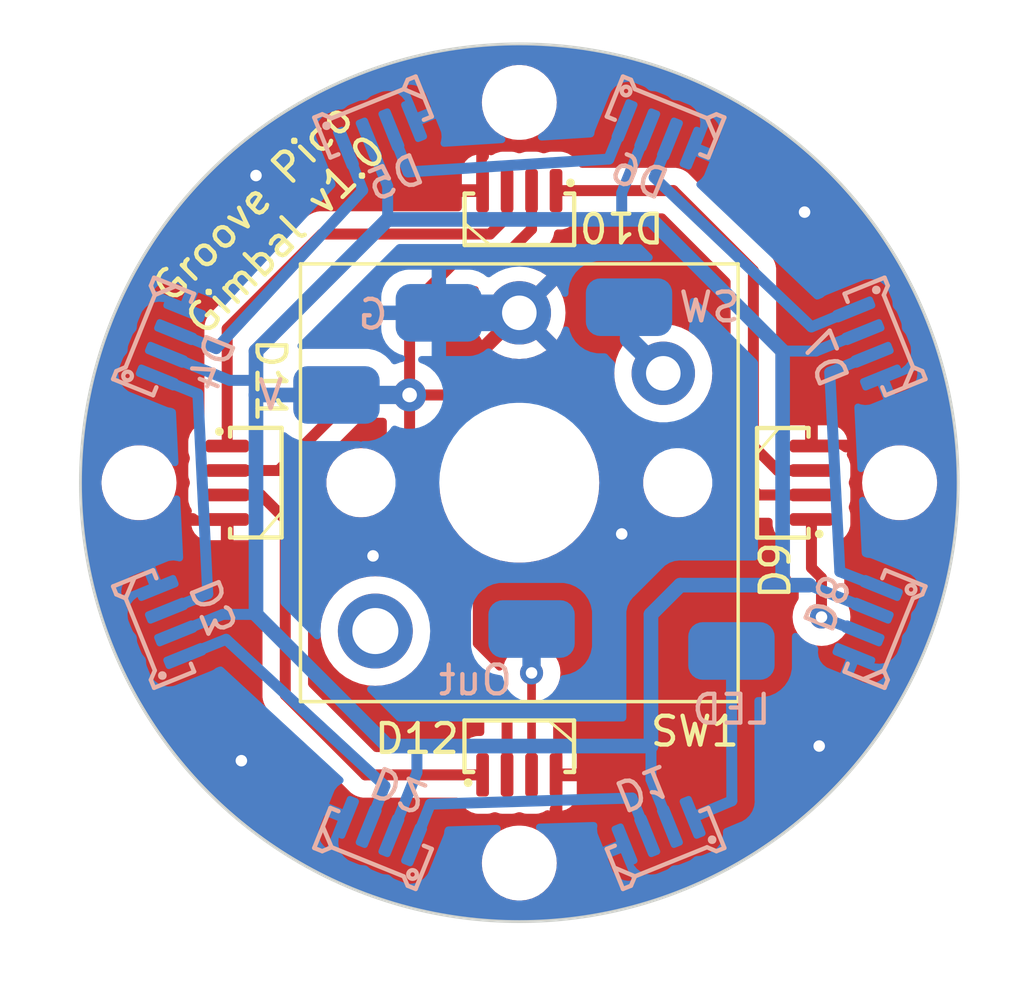
<source format=kicad_pcb>
(kicad_pcb (version 20221018) (generator pcbnew)
  (title_block (title "Groove Pico Gimbal"))
  (layers (0 "F.Cu" signal) (31 "B.Cu" signal) (34 "B.Paste" user) (35 "F.Paste" user) (36 "B.SilkS" user "B.Silkscreen") (37 "F.SilkS" user "F.Silkscreen") (38 "B.Mask" user) (39 "F.Mask" user) (44 "Edge.Cuts" user))
  (net 0 "")
  (net 1 "+5V")
  (net 2 "GND")
  (net 3 "Net-(D6-Out)")
  (net 4 "Net-(D1-In)")
  (net 5 "Net-(D1-Out)")
  (net 6 "Net-(D2-Out)")
  (net 7 "Net-(D3-Out)")
  (net 8 "Net-(D4-Out)")
  (net 9 "Net-(D7-Out)")
  (net 10 "Net-(D5-Out)")
  (net 11 "Net-(D8-Out)")
  (net 12 "Net-(D10-In)")
  (net 13 "Net-(D10-Out)")
  (net 14 "Net-(D11-Out)")
  (net 15 "Net-(D12-Out)")
  (net 16 "Net-(J4-Pad1)")
  (footprint "groove_pico:SW_Kailh_Choc_V1V2_1.00u_LED" (layer "F.Cu") (at 135.32 113.4)
    (fp_text reference "SW1" (at 6.096 8.636) (layer "F.SilkS"))
    (fp_text value "SWITCH_SPST" hide)
    (fp_line (start -7.6 -7.6) (end -7.6 7.6) (stroke (width 0.12)) (layer "F.SilkS"))
    (fp_line (start -7.6 7.6) (end 7.6 7.6) (stroke (width 0.12)) (layer "F.SilkS"))
    (fp_line (start 7.6 -7.6) (end -7.6 -7.6) (stroke (width 0.12)) (layer "F.SilkS"))
    (fp_line (start 7.6 7.6) (end 7.6 -7.6) (stroke (width 0.12)) (layer "F.SilkS"))
    (pad "" np_thru_hole circle (at -5.5 0) (size 1.9 1.9) (drill 1.9) (layers "*.Cu" "*.Mask"))
    (pad "" thru_hole circle (at -5 5.15) (size 2.6 2.6) (drill 1.6) (layers "*.Cu" "B.Mask"))
    (pad "" np_thru_hole circle (at 0 0) (size 5.05 5.05) (drill 5.05) (layers "*.Cu" "*.Mask"))
    (pad "" np_thru_hole circle (at 5.5 0) (size 1.9 1.9) (drill 1.9) (layers "*.Cu" "*.Mask"))
    (pad "1" thru_hole circle (at 0 -5.9) (size 2.2 2.2) (drill 1.2) (layers "*.Cu" "B.Mask") (net 2 "GND"))
    (pad "2" thru_hole circle (at 5 -3.8) (size 2.2 2.2) (drill 1.2) (layers "*.Cu" "B.Mask") (net 16 "Net-(J4-Pad1)"))
  )
  (footprint "groove_pico:Hole2.0" (layer "F.Cu") (at 135.32 100.192)
    (fp_text reference "SCR1" hide)
    (fp_text value "ScrewHole" hide)
    (pad "" np_thru_hole circle (at 0 0) (size 2.1 2.1) (drill 2.1) (layers "F&B.Cu" "*.Mask"))
  )
  (footprint "groove_pico:WS2812B-4020_UP" (layer "F.Cu") (at 135.32 102.605)
    (fp_text reference "D10" (at 3.556 1.905 180 unlocked) (layer "F.SilkS"))
    (fp_text value "WS2812B_Unified" hide)
    (fp_line (start -1.905 1.778) (end -1.016 2.54) (stroke (width 0.1)) (layer "F.SilkS"))
    (fp_line (start -1.9 0.75) (end -1.9 2.54) (stroke (width 0.15)) (layer "F.SilkS"))
    (fp_line (start -1.9 0.75) (end -1.6 0.75) (stroke (width 0.15)) (layer "F.SilkS"))
    (fp_line (start 1.9 0.75) (end 1.6 0.75) (stroke (width 0.15)) (layer "F.SilkS"))
    (fp_line (start 1.905 2.54) (end -1.9 2.54) (stroke (width 0.15)) (layer "F.SilkS"))
    (fp_line (start 1.905 2.54) (end 1.905 0.75) (stroke (width 0.15)) (layer "F.SilkS"))
    (fp_circle (center 1.778 0.381) (end 1.853 0.381) (stroke (width 0.15)) (fill none) (layer "F.SilkS"))
    (pad "G" smd roundrect (at -1.275 0.65) (size 0.44 1.5) (layers "F.Cu" "F.Paste" "F.Mask") (net 2 "GND"))
    (pad "I" smd roundrect (at 1.275 0.65) (size 0.44 1.5) (layers "F.Cu" "F.Paste" "F.Mask") (net 12 "Net-(D10-In)"))
    (pad "O" smd roundrect (at -0.425 0.65) (size 0.44 1.5) (layers "F.Cu" "F.Paste" "F.Mask") (net 13 "Net-(D10-Out)"))
    (pad "V" smd roundrect (at 0.425 0.65) (size 0.44 1.5) (layers "F.Cu" "F.Paste" "F.Mask") (net 1 "+5V"))
  )
  (footprint "groove_pico:WS2812B-4020_UP" (layer "F.Cu") (at 124.525 113.4 90)
    (fp_text reference "D11" (at 3.556 2.159 270 unlocked) (layer "F.SilkS"))
    (fp_text value "WS2812B_Unified" hide)
    (fp_line (start -1.905 1.778) (end -1.016 2.54) (stroke (width 0.1)) (layer "F.SilkS"))
    (fp_line (start -1.9 0.75) (end -1.9 2.54) (stroke (width 0.15)) (layer "F.SilkS"))
    (fp_line (start -1.9 0.75) (end -1.6 0.75) (stroke (width 0.15)) (layer "F.SilkS"))
    (fp_line (start 1.9 0.75) (end 1.6 0.75) (stroke (width 0.15)) (layer "F.SilkS"))
    (fp_line (start 1.905 2.54) (end -1.9 2.54) (stroke (width 0.15)) (layer "F.SilkS"))
    (fp_line (start 1.905 2.54) (end 1.905 0.75) (stroke (width 0.15)) (layer "F.SilkS"))
    (fp_circle (center 1.778 0.381) (end 1.853 0.381) (stroke (width 0.15)) (fill none) (layer "F.SilkS"))
    (pad "G" smd roundrect (at -1.275 0.65 90) (size 0.44 1.5) (layers "F.Cu" "F.Paste" "F.Mask") (net 2 "GND"))
    (pad "I" smd roundrect (at 1.275 0.65 90) (size 0.44 1.5) (layers "F.Cu" "F.Paste" "F.Mask") (net 13 "Net-(D10-Out)"))
    (pad "O" smd roundrect (at -0.425 0.65 90) (size 0.44 1.5) (layers "F.Cu" "F.Paste" "F.Mask") (net 14 "Net-(D11-Out)"))
    (pad "V" smd roundrect (at 0.425 0.65 90) (size 0.44 1.5) (layers "F.Cu" "F.Paste" "F.Mask") (net 1 "+5V"))
  )
  (footprint "groove_pico:WS2812B-4020_UP" (layer "F.Cu") (at 135.32 124.195 180)
    (fp_text reference "D12" (at 3.556 1.905 unlocked) (layer "F.SilkS"))
    (fp_text value "WS2812B_Unified" hide)
    (fp_line (start -1.905 1.778) (end -1.016 2.54) (stroke (width 0.1)) (layer "F.SilkS"))
    (fp_line (start -1.9 0.75) (end -1.9 2.54) (stroke (width 0.15)) (layer "F.SilkS"))
    (fp_line (start -1.9 0.75) (end -1.6 0.75) (stroke (width 0.15)) (layer "F.SilkS"))
    (fp_line (start 1.9 0.75) (end 1.6 0.75) (stroke (width 0.15)) (layer "F.SilkS"))
    (fp_line (start 1.905 2.54) (end -1.9 2.54) (stroke (width 0.15)) (layer "F.SilkS"))
    (fp_line (start 1.905 2.54) (end 1.905 0.75) (stroke (width 0.15)) (layer "F.SilkS"))
    (fp_circle (center 1.778 0.381) (end 1.853 0.381) (stroke (width 0.15)) (fill none) (layer "F.SilkS"))
    (pad "G" smd roundrect (at -1.275 0.65 180) (size 0.44 1.5) (layers "F.Cu" "F.Paste" "F.Mask") (net 2 "GND"))
    (pad "I" smd roundrect (at 1.275 0.65 180) (size 0.44 1.5) (layers "F.Cu" "F.Paste" "F.Mask") (net 14 "Net-(D11-Out)"))
    (pad "O" smd roundrect (at -0.425 0.65 180) (size 0.44 1.5) (layers "F.Cu" "F.Paste" "F.Mask") (net 15 "Net-(D12-Out)"))
    (pad "V" smd roundrect (at 0.425 0.65 180) (size 0.44 1.5) (layers "F.Cu" "F.Paste" "F.Mask") (net 1 "+5V"))
  )
  (footprint "groove_pico:Hole2.0" (layer "F.Cu") (at 148.528 113.4)
    (fp_text reference "SCR2" hide)
    (fp_text value "ScrewHole" hide)
    (pad "" np_thru_hole circle (at 0 0) (size 2.1 2.1) (drill 2.1) (layers "F&B.Cu" "*.Mask"))
  )
  (footprint "groove_pico:Hole2.0" (layer "F.Cu") (at 135.32 126.608)
    (fp_text reference "SCR3" hide)
    (fp_text value "ScrewHole" hide)
    (pad "" np_thru_hole circle (at 0 0) (size 2.1 2.1) (drill 2.1) (layers "F&B.Cu" "*.Mask"))
  )
  (footprint "groove_pico:WS2812B-4020_UP" (layer "F.Cu") (at 146.115 113.4 -90)
    (fp_text reference "D9" (at 3.048 1.905 90 unlocked) (layer "F.SilkS"))
    (fp_text value "WS2812B_Unified" hide)
    (fp_line (start -1.905 1.778) (end -1.016 2.54) (stroke (width 0.1)) (layer "F.SilkS"))
    (fp_line (start -1.9 0.75) (end -1.9 2.54) (stroke (width 0.15)) (layer "F.SilkS"))
    (fp_line (start -1.9 0.75) (end -1.6 0.75) (stroke (width 0.15)) (layer "F.SilkS"))
    (fp_line (start 1.9 0.75) (end 1.6 0.75) (stroke (width 0.15)) (layer "F.SilkS"))
    (fp_line (start 1.905 2.54) (end -1.9 2.54) (stroke (width 0.15)) (layer "F.SilkS"))
    (fp_line (start 1.905 2.54) (end 1.905 0.75) (stroke (width 0.15)) (layer "F.SilkS"))
    (fp_circle (center 1.778 0.381) (end 1.853 0.381) (stroke (width 0.15)) (fill none) (layer "F.SilkS"))
    (pad "G" smd roundrect (at -1.275 0.65 270) (size 0.44 1.5) (layers "F.Cu" "F.Paste" "F.Mask") (net 2 "GND"))
    (pad "I" smd roundrect (at 1.275 0.65 270) (size 0.44 1.5) (layers "F.Cu" "F.Paste" "F.Mask") (net 11 "Net-(D8-Out)"))
    (pad "O" smd roundrect (at -0.425 0.65 270) (size 0.44 1.5) (layers "F.Cu" "F.Paste" "F.Mask") (net 12 "Net-(D10-In)"))
    (pad "V" smd roundrect (at 0.425 0.65 270) (size 0.44 1.5) (layers "F.Cu" "F.Paste" "F.Mask") (net 1 "+5V"))
  )
  (footprint "groove_pico:Hole2.0" (layer "F.Cu") (at 122.112 113.4)
    (fp_text reference "SCR4" hide)
    (fp_text value "ScrewHole" hide)
    (pad "" np_thru_hole circle (at 0 0) (size 2.1 2.1) (drill 2.1) (layers "F&B.Cu" "*.Mask"))
  )
  (footprint "groove_pico:WS2812B-4020" (layer "B.Cu") (at 130.24 126.1 -22)
    (fp_text reference "D2" (at 0.075 -2.25 158 unlocked) (layer "B.SilkS") (effects (justify mirror)))
    (fp_text value "WS2812B_Unified")
    (fp_line (start -1.9 -0.75) (end -1.9 0.75) (stroke (width 0.15)) (layer "B.SilkS"))
    (fp_line (start -1.9 -0.75) (end -1.6 -0.75) (stroke (width 0.15)) (layer "B.SilkS"))
    (fp_line (start -1.9 0.75) (end -1.6 0.75) (stroke (width 0.15)) (layer "B.SilkS"))
    (fp_line (start -1.6 0.75) (end -1.35 0.5) (stroke (width 0.15)) (layer "B.SilkS"))
    (fp_line (start -1.35 0.5) (end -1.9 -0.05) (stroke (width 0.15)) (layer "B.SilkS"))
    (fp_line (start -1.35 0.5) (end 1.35 0.5) (stroke (width 0.15)) (layer "B.SilkS"))
    (fp_line (start 1.6 0.75) (end 1.35 0.5) (stroke (width 0.15)) (layer "B.SilkS"))
    (fp_line (start 1.9 -0.75) (end 1.6 -0.75) (stroke (width 0.15)) (layer "B.SilkS"))
    (fp_line (start 1.9 0.75) (end 1.6 0.75) (stroke (width 0.15)) (layer "B.SilkS"))
    (fp_line (start 1.9 0.75) (end 1.9 -0.75) (stroke (width 0.15)) (layer "B.SilkS"))
    (fp_circle (center 1.610848 0.323504) (end 1.685848 0.323504) (stroke (width 0.15)) (fill none) (layer "B.SilkS"))
    (pad "G" smd roundrect (at -1.275 -0.65 338) (size 0.44 1.5) (layers "B.Cu" "B.Paste" "B.Mask") (net 2 "GND"))
    (pad "I" smd roundrect (at 1.275 -0.65 338) (size 0.44 1.5) (layers "B.Cu" "B.Paste" "B.Mask") (net 5 "Net-(D1-Out)"))
    (pad "O" smd roundrect (at -0.425 -0.65 338) (size 0.44 1.5) (layers "B.Cu" "B.Paste" "B.Mask") (net 6 "Net-(D2-Out)"))
    (pad "V" smd roundrect (at 0.425 -0.65 338) (size 0.44 1.5) (layers "B.Cu" "B.Paste" "B.Mask") (net 1 "+5V"))
  )
  (footprint "groove_pico:WS2812B-4020" (layer "B.Cu") (at 122.62 108.32 -112)
    (fp_text reference "D4" (at 0.075 -2.25 68 unlocked) (layer "B.SilkS") (effects (justify mirror)))
    (fp_text value "WS2812B_Unified" hide)
    (fp_line (start -1.9 -0.75) (end -1.9 0.75) (stroke (width 0.15)) (layer "B.SilkS"))
    (fp_line (start -1.9 -0.75) (end -1.6 -0.75) (stroke (width 0.15)) (layer "B.SilkS"))
    (fp_line (start -1.9 0.75) (end -1.6 0.75) (stroke (width 0.15)) (layer "B.SilkS"))
    (fp_line (start -1.6 0.75) (end -1.35 0.5) (stroke (width 0.15)) (layer "B.SilkS"))
    (fp_line (start -1.35 0.5) (end -1.9 -0.05) (stroke (width 0.15)) (layer "B.SilkS"))
    (fp_line (start -1.35 0.5) (end 1.35 0.5) (stroke (width 0.15)) (layer "B.SilkS"))
    (fp_line (start 1.6 0.75) (end 1.35 0.5) (stroke (width 0.15)) (layer "B.SilkS"))
    (fp_line (start 1.9 -0.75) (end 1.6 -0.75) (stroke (width 0.15)) (layer "B.SilkS"))
    (fp_line (start 1.9 0.75) (end 1.6 0.75) (stroke (width 0.15)) (layer "B.SilkS"))
    (fp_line (start 1.9 0.75) (end 1.9 -0.75) (stroke (width 0.15)) (layer "B.SilkS"))
    (fp_circle (center 1.610848 0.323504) (end 1.685848 0.323504) (stroke (width 0.15)) (fill none) (layer "B.SilkS"))
    (pad "G" smd roundrect (at -1.275 -0.65 248) (size 0.44 1.5) (layers "B.Cu" "B.Paste" "B.Mask") (net 2 "GND"))
    (pad "I" smd roundrect (at 1.275 -0.65 248) (size 0.44 1.5) (layers "B.Cu" "B.Paste" "B.Mask") (net 7 "Net-(D3-Out)"))
    (pad "O" smd roundrect (at -0.425 -0.65 248) (size 0.44 1.5) (layers "B.Cu" "B.Paste" "B.Mask") (net 8 "Net-(D4-Out)"))
    (pad "V" smd roundrect (at 0.425 -0.65 248) (size 0.44 1.5) (layers "B.Cu" "B.Paste" "B.Mask") (net 1 "+5V"))
  )
  (footprint "groove_pico:WS2812B-4020" (layer "B.Cu") (at 122.62 118.48 -68)
    (fp_text reference "D3" (at 0.075 -2.25 112 unlocked) (layer "B.SilkS") (effects (justify mirror)))
    (fp_text value "WS2812B_Unified" hide)
    (fp_line (start -1.9 -0.75) (end -1.9 0.75) (stroke (width 0.15)) (layer "B.SilkS"))
    (fp_line (start -1.9 -0.75) (end -1.6 -0.75) (stroke (width 0.15)) (layer "B.SilkS"))
    (fp_line (start -1.9 0.75) (end -1.6 0.75) (stroke (width 0.15)) (layer "B.SilkS"))
    (fp_line (start -1.6 0.75) (end -1.35 0.5) (stroke (width 0.15)) (layer "B.SilkS"))
    (fp_line (start -1.35 0.5) (end -1.9 -0.05) (stroke (width 0.15)) (layer "B.SilkS"))
    (fp_line (start -1.35 0.5) (end 1.35 0.5) (stroke (width 0.15)) (layer "B.SilkS"))
    (fp_line (start 1.6 0.75) (end 1.35 0.5) (stroke (width 0.15)) (layer "B.SilkS"))
    (fp_line (start 1.9 -0.75) (end 1.6 -0.75) (stroke (width 0.15)) (layer "B.SilkS"))
    (fp_line (start 1.9 0.75) (end 1.6 0.75) (stroke (width 0.15)) (layer "B.SilkS"))
    (fp_line (start 1.9 0.75) (end 1.9 -0.75) (stroke (width 0.15)) (layer "B.SilkS"))
    (fp_circle (center 1.610848 0.323504) (end 1.685848 0.323504) (stroke (width 0.15)) (fill none) (layer "B.SilkS"))
    (pad "G" smd roundrect (at -1.275 -0.65 292) (size 0.44 1.5) (layers "B.Cu" "B.Paste" "B.Mask") (net 2 "GND"))
    (pad "I" smd roundrect (at 1.275 -0.65 292) (size 0.44 1.5) (layers "B.Cu" "B.Paste" "B.Mask") (net 6 "Net-(D2-Out)"))
    (pad "O" smd roundrect (at -0.425 -0.65 292) (size 0.44 1.5) (layers "B.Cu" "B.Paste" "B.Mask") (net 7 "Net-(D3-Out)"))
    (pad "V" smd roundrect (at 0.425 -0.65 292) (size 0.44 1.5) (layers "B.Cu" "B.Paste" "B.Mask") (net 1 "+5V"))
  )
  (footprint "groove_pico:WS2812B-4020" (layer "B.Cu") (at 140.4 100.7 158)
    (fp_text reference "D6" (at 0.075 -2.25 338 unlocked) (layer "B.SilkS") (effects (justify mirror)))
    (fp_text value "WS2812B_Unified" hide)
    (fp_line (start -1.9 -0.75) (end -1.9 0.75) (stroke (width 0.15)) (layer "B.SilkS"))
    (fp_line (start -1.9 -0.75) (end -1.6 -0.75) (stroke (width 0.15)) (layer "B.SilkS"))
    (fp_line (start -1.9 0.75) (end -1.6 0.75) (stroke (width 0.15)) (layer "B.SilkS"))
    (fp_line (start -1.6 0.75) (end -1.35 0.5) (stroke (width 0.15)) (layer "B.SilkS"))
    (fp_line (start -1.35 0.5) (end -1.9 -0.05) (stroke (width 0.15)) (layer "B.SilkS"))
    (fp_line (start -1.35 0.5) (end 1.35 0.5) (stroke (width 0.15)) (layer "B.SilkS"))
    (fp_line (start 1.6 0.75) (end 1.35 0.5) (stroke (width 0.15)) (layer "B.SilkS"))
    (fp_line (start 1.9 -0.75) (end 1.6 -0.75) (stroke (width 0.15)) (layer "B.SilkS"))
    (fp_line (start 1.9 0.75) (end 1.6 0.75) (stroke (width 0.15)) (layer "B.SilkS"))
    (fp_line (start 1.9 0.75) (end 1.9 -0.75) (stroke (width 0.15)) (layer "B.SilkS"))
    (fp_circle (center 1.610848 0.323504) (end 1.685848 0.323504) (stroke (width 0.15)) (fill none) (layer "B.SilkS"))
    (pad "G" smd roundrect (at -1.275 -0.65 158) (size 0.44 1.5) (layers "B.Cu" "B.Paste" "B.Mask") (net 2 "GND"))
    (pad "I" smd roundrect (at 1.275 -0.65 158) (size 0.44 1.5) (layers "B.Cu" "B.Paste" "B.Mask") (net 10 "Net-(D5-Out)"))
    (pad "O" smd roundrect (at -0.425 -0.65 158) (size 0.44 1.5) (layers "B.Cu" "B.Paste" "B.Mask") (net 3 "Net-(D6-Out)"))
    (pad "V" smd roundrect (at 0.425 -0.65 158) (size 0.44 1.5) (layers "B.Cu" "B.Paste" "B.Mask") (net 1 "+5V"))
  )
  (footprint "groove_pico:WS2812B-4020" (layer "B.Cu") (at 148.02 108.32 112)
    (fp_text reference "D7" (at 0.075 -2.25 292 unlocked) (layer "B.SilkS") (effects (justify mirror)))
    (fp_text value "WS2812B_Unified" hide)
    (fp_line (start -1.9 -0.75) (end -1.9 0.75) (stroke (width 0.15)) (layer "B.SilkS"))
    (fp_line (start -1.9 -0.75) (end -1.6 -0.75) (stroke (width 0.15)) (layer "B.SilkS"))
    (fp_line (start -1.9 0.75) (end -1.6 0.75) (stroke (width 0.15)) (layer "B.SilkS"))
    (fp_line (start -1.6 0.75) (end -1.35 0.5) (stroke (width 0.15)) (layer "B.SilkS"))
    (fp_line (start -1.35 0.5) (end -1.9 -0.05) (stroke (width 0.15)) (layer "B.SilkS"))
    (fp_line (start -1.35 0.5) (end 1.35 0.5) (stroke (width 0.15)) (layer "B.SilkS"))
    (fp_line (start 1.6 0.75) (end 1.35 0.5) (stroke (width 0.15)) (layer "B.SilkS"))
    (fp_line (start 1.9 -0.75) (end 1.6 -0.75) (stroke (width 0.15)) (layer "B.SilkS"))
    (fp_line (start 1.9 0.75) (end 1.6 0.75) (stroke (width 0.15)) (layer "B.SilkS"))
    (fp_line (start 1.9 0.75) (end 1.9 -0.75) (stroke (width 0.15)) (layer "B.SilkS"))
    (fp_circle (center 1.610848 0.323504) (end 1.685848 0.323504) (stroke (width 0.15)) (fill none) (layer "B.SilkS"))
    (pad "G" smd roundrect (at -1.275 -0.65 112) (size 0.44 1.5) (layers "B.Cu" "B.Paste" "B.Mask") (net 2 "GND"))
    (pad "I" smd roundrect (at 1.275 -0.65 112) (size 0.44 1.5) (layers "B.Cu" "B.Paste" "B.Mask") (net 3 "Net-(D6-Out)"))
    (pad "O" smd roundrect (at -0.425 -0.65 112) (size 0.44 1.5) (layers "B.Cu" "B.Paste" "B.Mask") (net 9 "Net-(D7-Out)"))
    (pad "V" smd roundrect (at 0.425 -0.65 112) (size 0.44 1.5) (layers "B.Cu" "B.Paste" "B.Mask") (net 1 "+5V"))
  )
  (footprint "groove_pico:Solder_1P" (layer "B.Cu") (at 142.686 119.242 180)
    (fp_text reference "J2" hide)
    (fp_text value "LED" (at 0 -2.032) (layer "B.SilkS") (effects (justify mirror)))
    (pad "1" smd roundrect (at 0 0 180) (size 3 2) (layers "B.Cu" "B.Paste" "B.Mask") (net 4 "Net-(D1-In)"))
  )
  (footprint "groove_pico:Solder_1P" (layer "B.Cu") (at 135.745 118.48 180)
    (fp_text reference "J5" hide)
    (fp_text value "Out" (at 1.949 -1.778) (layer "B.SilkS") (effects (justify mirror)))
    (pad "1" smd roundrect (at 0 0 180) (size 3 2) (layers "B.Cu" "B.Paste" "B.Mask") (net 15 "Net-(D12-Out)"))
  )
  (footprint "groove_pico:Solder_1P" (layer "B.Cu") (at 128.97 110.352 180)
    (fp_text reference "J1" hide)
    (fp_text value "V" (at 2.286 0) (layer "B.SilkS") (effects (justify mirror)))
    (pad "1" smd roundrect (at 0 0 180) (size 3 2) (layers "B.Cu" "B.Paste" "B.Mask") (net 1 "+5V"))
  )
  (footprint "groove_pico:Solder_1P" (layer "B.Cu") (at 139.13 107.304)
    (fp_text reference "J4" hide)
    (fp_text value "SW" (at 2.794 0) (layer "B.SilkS") (effects (justify mirror)))
    (pad "1" smd roundrect (at 0 0) (size 3 2) (layers "B.Cu" "B.Paste" "B.Mask") (net 16 "Net-(J4-Pad1)"))
  )
  (footprint "groove_pico:WS2812B-4020" (layer "B.Cu") (at 148.02 118.48 68)
    (fp_text reference "D8" (at 0.075 -2.25 248 unlocked) (layer "B.SilkS") (effects (justify mirror)))
    (fp_text value "WS2812B_Unified" hide)
    (fp_line (start -1.9 -0.75) (end -1.9 0.75) (stroke (width 0.15)) (layer "B.SilkS"))
    (fp_line (start -1.9 -0.75) (end -1.6 -0.75) (stroke (width 0.15)) (layer "B.SilkS"))
    (fp_line (start -1.9 0.75) (end -1.6 0.75) (stroke (width 0.15)) (layer "B.SilkS"))
    (fp_line (start -1.6 0.75) (end -1.35 0.5) (stroke (width 0.15)) (layer "B.SilkS"))
    (fp_line (start -1.35 0.5) (end -1.9 -0.05) (stroke (width 0.15)) (layer "B.SilkS"))
    (fp_line (start -1.35 0.5) (end 1.35 0.5) (stroke (width 0.15)) (layer "B.SilkS"))
    (fp_line (start 1.6 0.75) (end 1.35 0.5) (stroke (width 0.15)) (layer "B.SilkS"))
    (fp_line (start 1.9 -0.75) (end 1.6 -0.75) (stroke (width 0.15)) (layer "B.SilkS"))
    (fp_line (start 1.9 0.75) (end 1.6 0.75) (stroke (width 0.15)) (layer "B.SilkS"))
    (fp_line (start 1.9 0.75) (end 1.9 -0.75) (stroke (width 0.15)) (layer "B.SilkS"))
    (fp_circle (center 1.610848 0.323504) (end 1.685848 0.323504) (stroke (width 0.15)) (fill none) (layer "B.SilkS"))
    (pad "G" smd roundrect (at -1.275 -0.65 68) (size 0.44 1.5) (layers "B.Cu" "B.Paste" "B.Mask") (net 2 "GND"))
    (pad "I" smd roundrect (at 1.275 -0.65 68) (size 0.44 1.5) (layers "B.Cu" "B.Paste" "B.Mask") (net 9 "Net-(D7-Out)"))
    (pad "O" smd roundrect (at -0.425 -0.65 68) (size 0.44 1.5) (layers "B.Cu" "B.Paste" "B.Mask") (net 11 "Net-(D8-Out)"))
    (pad "V" smd roundrect (at 0.425 -0.65 68) (size 0.44 1.5) (layers "B.Cu" "B.Paste" "B.Mask") (net 1 "+5V"))
  )
  (footprint "groove_pico:WS2812B-4020" (layer "B.Cu") (at 140.4 126.1 22)
    (fp_text reference "D1" (at 0.075 -2.25 202 unlocked) (layer "B.SilkS") (effects (justify mirror)))
    (fp_text value "WS2812B_Unified")
    (fp_line (start -1.9 -0.75) (end -1.9 0.75) (stroke (width 0.15)) (layer "B.SilkS"))
    (fp_line (start -1.9 -0.75) (end -1.6 -0.75) (stroke (width 0.15)) (layer "B.SilkS"))
    (fp_line (start -1.9 0.75) (end -1.6 0.75) (stroke (width 0.15)) (layer "B.SilkS"))
    (fp_line (start -1.6 0.75) (end -1.35 0.5) (stroke (width 0.15)) (layer "B.SilkS"))
    (fp_line (start -1.35 0.5) (end -1.9 -0.05) (stroke (width 0.15)) (layer "B.SilkS"))
    (fp_line (start -1.35 0.5) (end 1.35 0.5) (stroke (width 0.15)) (layer "B.SilkS"))
    (fp_line (start 1.6 0.75) (end 1.35 0.5) (stroke (width 0.15)) (layer "B.SilkS"))
    (fp_line (start 1.9 -0.75) (end 1.6 -0.75) (stroke (width 0.15)) (layer "B.SilkS"))
    (fp_line (start 1.9 0.75) (end 1.6 0.75) (stroke (width 0.15)) (layer "B.SilkS"))
    (fp_line (start 1.9 0.75) (end 1.9 -0.75) (stroke (width 0.15)) (layer "B.SilkS"))
    (fp_circle (center 1.610848 0.323504) (end 1.685848 0.323504) (stroke (width 0.15)) (fill none) (layer "B.SilkS"))
    (pad "G" smd roundrect (at -1.275 -0.65 22) (size 0.44 1.5) (layers "B.Cu" "B.Paste" "B.Mask") (net 2 "GND"))
    (pad "I" smd roundrect (at 1.275 -0.65 22) (size 0.44 1.5) (layers "B.Cu" "B.Paste" "B.Mask") (net 4 "Net-(D1-In)"))
    (pad "O" smd roundrect (at -0.425 -0.65 22) (size 0.44 1.5) (layers "B.Cu" "B.Paste" "B.Mask") (net 5 "Net-(D1-Out)"))
    (pad "V" smd roundrect (at 0.425 -0.65 22) (size 0.44 1.5) (layers "B.Cu" "B.Paste" "B.Mask") (net 1 "+5V"))
  )
  (footprint "groove_pico:WS2812B-4020" (layer "B.Cu") (at 130.24 100.7 -158)
    (fp_text reference "D5" (at 0.075 -2.25 22 unlocked) (layer "B.SilkS") (effects (justify mirror)))
    (fp_text value "WS2812B_Unified" hide)
    (fp_line (start -1.9 -0.75) (end -1.9 0.75) (stroke (width 0.15)) (layer "B.SilkS"))
    (fp_line (start -1.9 -0.75) (end -1.6 -0.75) (stroke (width 0.15)) (layer "B.SilkS"))
    (fp_line (start -1.9 0.75) (end -1.6 0.75) (stroke (width 0.15)) (layer "B.SilkS"))
    (fp_line (start -1.6 0.75) (end -1.35 0.5) (stroke (width 0.15)) (layer "B.SilkS"))
    (fp_line (start -1.35 0.5) (end -1.9 -0.05) (stroke (width 0.15)) (layer "B.SilkS"))
    (fp_line (start -1.35 0.5) (end 1.35 0.5) (stroke (width 0.15)) (layer "B.SilkS"))
    (fp_line (start 1.6 0.75) (end 1.35 0.5) (stroke (width 0.15)) (layer "B.SilkS"))
    (fp_line (start 1.9 -0.75) (end 1.6 -0.75) (stroke (width 0.15)) (layer "B.SilkS"))
    (fp_line (start 1.9 0.75) (end 1.6 0.75) (stroke (width 0.15)) (layer "B.SilkS"))
    (fp_line (start 1.9 0.75) (end 1.9 -0.75) (stroke (width 0.15)) (layer "B.SilkS"))
    (fp_circle (center 1.610848 0.323504) (end 1.685848 0.323504) (stroke (width 0.15)) (fill none) (layer "B.SilkS"))
    (pad "G" smd roundrect (at -1.275 -0.65 202) (size 0.44 1.5) (layers "B.Cu" "B.Paste" "B.Mask") (net 2 "GND"))
    (pad "I" smd roundrect (at 1.275 -0.65 202) (size 0.44 1.5) (layers "B.Cu" "B.Paste" "B.Mask") (net 8 "Net-(D4-Out)"))
    (pad "O" smd roundrect (at -0.425 -0.65 202) (size 0.44 1.5) (layers "B.Cu" "B.Paste" "B.Mask") (net 10 "Net-(D5-Out)"))
    (pad "V" smd roundrect (at 0.425 -0.65 202) (size 0.44 1.5) (layers "B.Cu" "B.Paste" "B.Mask") (net 1 "+5V"))
  )
  (footprint "groove_pico:Solder_1P" (layer "B.Cu") (at 132.526 107.5 180)
    (fp_text reference "J3" hide)
    (fp_text value "G" (at 2.286 -0.058) (layer "B.SilkS") (effects (justify mirror)))
    (pad "1" smd roundrect (at 0 0 180) (size 3 2) (layers "B.Cu" "B.Paste" "B.Mask") (net 2 "GND"))
  )
  (gr_circle (center 135.32 113.4) (end 150.56 113.4) (stroke (width 0.1)) (fill none) (layer "Edge.Cuts"))
  (gr_text "Groove Pico\nGimbal v1.0" (at 124.355841 108.48503 45) (layer "F.SilkS") (effects (font (size 1 1)) (justify left bottom)))
  (segment (start 132.914551 117.607856) (end 132.914551 119.376551) (width 0.381) (layer "F.Cu") (net 1))
  (segment (start 131.51 110.352) (end 131.51 116.203305) (width 0.381) (layer "F.Cu") (net 1))
  (segment (start 135.745 104.593) (end 135.745 104.339) (width 0.381) (layer "F.Cu") (net 1))
  (segment (start 131.51 116.203305) (end 132.914551 117.607856) (width 0.381) (layer "F.Cu") (net 1))
  (segment (start 141.416 111.622) (end 138.876 111.622) (width 0.381) (layer "F.Cu") (net 1))
  (segment (start 133.034 105.78) (end 134.558 105.78) (width 0.381) (layer "F.Cu") (net 1))
  (segment (start 131.51 110.352) (end 131.51 107.304) (width 0.381) (layer "F.Cu") (net 1))
  (segment (start 134.895 121.357) (end 134.895 123.545) (width 0.381) (layer "F.Cu") (net 1))
  (segment (start 132.914551 119.376551) (end 134.895 121.357) (width 0.381) (layer "F.Cu") (net 1))
  (segment (start 138.876 111.622) (end 137.606 110.352) (width 0.381) (layer "F.Cu") (net 1))
  (segment (start 145.465 113.825) (end 143.619 113.825) (width 0.381) (layer "F.Cu") (net 1))
  (segment (start 135.745 103.255) (end 135.745 104.339) (width 0.381) (layer "F.Cu") (net 1))
  (segment (start 126.960406 112.975) (end 125.175 112.975) (width 0.381) (layer "F.Cu") (net 1))
  (segment (start 129.583406 110.352) (end 126.960406 112.975) (width 0.381) (layer "F.Cu") (net 1))
  (segment (start 131.51 107.304) (end 133.034 105.78) (width 0.381) (layer "F.Cu") (net 1))
  (segment (start 137.606 110.352) (end 131.51 110.352) (width 0.381) (layer "F.Cu") (net 1))
  (segment (start 134.558 105.78) (end 135.745 104.593) (width 0.381) (layer "F.Cu") (net 1))
  (segment (start 131.51 110.352) (end 129.583406 110.352) (width 0.381) (layer "F.Cu") (net 1))
  (segment (start 143.619 113.825) (end 141.416 111.622) (width 0.381) (layer "F.Cu") (net 1))
  (via (at 131.51 110.352) (size 1.143) (drill 0.508) (layers "F.Cu" "B.Cu") (net 1))
  (segment (start 147.258123 108.169441) (end 145.617305 108.828287) (width 0.381) (layer "B.Cu") (net 1))
  (segment (start 126.176 110.352) (end 126.176 117.972) (width 0.508) (layer "B.Cu") (net 1))
  (segment (start 130.089441 101.461877) (end 130.748287 103.102695) (width 0.381) (layer "B.Cu") (net 1))
  (segment (start 126.176 117.972) (end 130.748 122.544) (width 0.508) (layer "B.Cu") (net 1))
  (segment (start 128.97 110.352) (end 131.51 110.352) (width 0.635) (layer "B.Cu") (net 1))
  (segment (start 123.063462 108.957547) (end 125.256478 109.844192) (width 0.381) (layer "B.Cu") (net 1))
  (segment (start 130.748 104.256) (end 126.176 108.828) (width 0.508) (layer "B.Cu") (net 1))
  (segment (start 140.550559 125.338123) (end 139.891713 123.697305) (width 0.381) (layer "B.Cu") (net 1))
  (segment (start 130.748287 103.102695) (end 130.748 104.256) (width 0.381) (layer "B.Cu") (net 1))
  (segment (start 139.892 117.972) (end 139.892 122.544) (width 0.508) (layer "B.Cu") (net 1))
  (segment (start 144.464 108.828) (end 139.892 104.256) (width 0.508) (layer "B.Cu") (net 1))
  (segment (start 145.383522 116.955808) (end 144.464 116.956) (width 0.508) (layer "B.Cu") (net 1))
  (segment (start 123.381877 118.630559) (end 125.022695 117.971713) (width 0.381) (layer "B.Cu") (net 1))
  (segment (start 128.97 110.352) (end 126.176 110.352) (width 0.508) (layer "B.Cu") (net 1))
  (segment (start 131.764192 123.463522) (end 131.764 122.544) (width 0.381) (layer "B.Cu") (net 1))
  (segment (start 138.875808 103.336478) (end 138.876 104.256) (width 0.381) (layer "B.Cu") (net 1))
  (segment (start 144.464 116.956) (end 140.908 116.956) (width 0.508) (layer "B.Cu") (net 1))
  (segment (start 125.256478 109.844192) (end 126.176 109.844) (width 0.381) (layer "B.Cu") (net 1))
  (segment (start 125.022695 117.971713) (end 126.176 117.972) (width 0.381) (layer "B.Cu") (net 1))
  (segment (start 147.576538 117.842453) (end 145.383522 116.955808) (width 0.381) (layer "B.Cu") (net 1))
  (segment (start 130.877547 125.656538) (end 131.764192 123.463522) (width 0.381) (layer "B.Cu") (net 1))
  (segment (start 144.464 116.956) (end 144.464 108.828) (width 0.508) (layer "B.Cu") (net 1))
  (segment (start 140.908 116.956) (end 139.892 117.972) (width 0.508) (layer "B.Cu") (net 1))
  (segment (start 130.748 104.256) (end 139.892 104.256) (width 0.508) (layer "B.Cu") (net 1))
  (segment (start 130.748 122.544) (end 139.892 122.544) (width 0.508) (layer "B.Cu") (net 1))
  (segment (start 139.762453 101.143462) (end 138.875808 103.336478) (width 0.381) (layer "B.Cu") (net 1))
  (segment (start 126.176 108.828) (end 126.176 110.352) (width 0.508) (layer "B.Cu") (net 1))
  (segment (start 139.891713 123.697305) (end 139.892 122.544) (width 0.381) (layer "B.Cu") (net 1))
  (segment (start 145.617305 108.828287) (end 144.464 108.828) (width 0.381) (layer "B.Cu") (net 1))
  (via (at 145.226 104.002) (size 0.8) (drill 0.4) (layers "F.Cu" "B.Cu") (net 2))
  (via (at 145.734 122.544) (size 0.8) (drill 0.4) (layers "F.Cu" "B.Cu") (net 2))
  (via (at 126.176 102.732) (size 0.8) (drill 0.4) (layers "F.Cu" "B.Cu") (net 2))
  (via (at 125.668 123.052) (size 0.8) (drill 0.4) (layers "F.Cu" "B.Cu") (net 2))
  (via (at 138.876 115.178) (size 0.8) (drill 0.4) (layers "F.Cu" "B.Cu") (net 2))
  (via (at 130.24 115.94) (size 0.8) (drill 0.4) (layers "F.Cu" "B.Cu") (net 2))
  (segment (start 132.526 107.5) (end 135.32 107.5) (width 1.27) (layer "B.Cu") (net 2))
  (segment (start 140.550559 101.461877) (end 140.004619 102.797675) (width 0.381) (layer "B.Cu") (net 3))
  (segment (start 140.004619 102.797675) (end 145.462868 107.987662) (width 0.381) (layer "B.Cu") (net 3))
  (segment (start 146.939707 107.381335) (end 145.462868 107.987662) (width 0.381) (layer "B.Cu") (net 3))
  (segment (start 142.686 119.242) (end 142.70047 124.445541) (width 0.381) (layer "B.Cu") (net 4))
  (segment (start 142.70047 124.445541) (end 141.338665 125.019707) (width 0.381) (layer "B.Cu") (net 4))
  (segment (start 132.228614 124.561781) (end 131.665654 125.974954) (width 0.381) (layer "B.Cu") (net 5))
  (segment (start 139.762453 125.656538) (end 139.237252 124.349032) (width 0.381) (layer "B.Cu") (net 5))
  (segment (start 139.237252 124.349032) (end 132.228614 124.561781) (width 0.381) (layer "B.Cu") (net 5))
  (segment (start 130.089441 125.338123) (end 130.652401 123.92495) (width 0.381) (layer "B.Cu") (net 6))
  (segment (start 123.700293 119.418665) (end 125.137407 118.8375) (width 0.381) (layer "B.Cu") (net 6))
  (segment (start 130.652401 123.92495) (end 125.137407 118.8375) (width 0.381) (layer "B.Cu") (net 6))
  (segment (start 124.500576 117.261288) (end 124.157869 110.318383) (width 0.381) (layer "B.Cu") (net 7))
  (segment (start 123.063462 117.842453) (end 124.500576 117.261288) (width 0.381) (layer "B.Cu") (net 7))
  (segment (start 122.745046 109.745654) (end 124.157869 110.318383) (width 0.381) (layer "B.Cu") (net 7))
  (segment (start 129.301335 101.780293) (end 129.880755 103.243924) (width 0.381) (layer "B.Cu") (net 8))
  (segment (start 124.7947 108.74217) (end 129.880755 103.243924) (width 0.381) (layer "B.Cu") (net 8))
  (segment (start 123.381877 108.169441) (end 124.7947 108.74217) (width 0.381) (layer "B.Cu") (net 8))
  (segment (start 146.099699 109.563874) (end 146.45048 116.486668) (width 0.381) (layer "B.Cu") (net 9))
  (segment (start 147.894954 117.054346) (end 146.45048 116.486668) (width 0.381) (layer "B.Cu") (net 9))
  (segment (start 147.576538 108.957547) (end 146.099699 109.563874) (width 0.381) (layer "B.Cu") (net 9))
  (segment (start 130.877547 101.143462) (end 131.456967 102.607093) (width 0.381) (layer "B.Cu") (net 10))
  (segment (start 131.456967 102.607093) (end 138.428406 102.160844) (width 0.381) (layer "B.Cu") (net 10))
  (segment (start 138.974346 100.825046) (end 138.428406 102.160844) (width 0.381) (layer "B.Cu") (net 10))
  (segment (start 145.465 116.353351) (end 145.813649 116.702) (width 0.381) (layer "F.Cu") (net 11))
  (segment (start 145.813649 116.702) (end 145.813649 118.062881) (width 0.381) (layer "F.Cu") (net 11))
  (segment (start 145.465 114.675) (end 145.465 116.353351) (width 0.381) (layer "F.Cu") (net 11))
  (via (at 145.813649 118.062881) (size 0.8) (drill 0.4) (layers "F.Cu" "B.Cu") (net 11))
  (segment (start 147.258123 118.630559) (end 145.813649 118.062881) (width 0.381) (layer "B.Cu") (net 11))
  (segment (start 143.448 112.13) (end 144.293 112.975) (width 0.381) (layer "F.Cu") (net 12))
  (segment (start 136.595 103.255) (end 140.669 103.255) (width 0.381) (layer "F.Cu") (net 12))
  (segment (start 140.669 103.255) (end 143.448 106.034) (width 0.381) (layer "F.Cu") (net 12))
  (segment (start 144.293 112.975) (end 145.465 112.975) (width 0.381) (layer "F.Cu") (net 12))
  (segment (start 143.448 106.034) (end 143.448 112.13) (width 0.381) (layer "F.Cu") (net 12))
  (segment (start 134.304 104.764) (end 134.895 104.173) (width 0.381) (layer "F.Cu") (net 13))
  (segment (start 125.175 108.051) (end 128.462 104.764) (width 0.381) (layer "F.Cu") (net 13))
  (segment (start 128.462 104.764) (end 134.304 104.764) (width 0.381) (layer "F.Cu") (net 13))
  (segment (start 125.175 112.125) (end 125.175 108.051) (width 0.381) (layer "F.Cu") (net 13))
  (segment (start 134.895 104.173) (end 134.895 103.255) (width 0.381) (layer "F.Cu") (net 13))
  (segment (start 129.971 123.545) (end 127.192 120.766) (width 0.381) (layer "F.Cu") (net 14))
  (segment (start 127.192 120.766) (end 127.192 114.67) (width 0.381) (layer "F.Cu") (net 14))
  (segment (start 134.045 123.545) (end 129.971 123.545) (width 0.381) (layer "F.Cu") (net 14))
  (segment (start 126.347 113.825) (end 125.175 113.825) (width 0.381) (layer "F.Cu") (net 14))
  (segment (start 127.192 114.67) (end 126.347 113.825) (width 0.381) (layer "F.Cu") (net 14))
  (segment (start 135.745 120.004) (end 135.745 123.545) (width 0.3) (layer "F.Cu") (net 15))
  (via (at 135.745 120.004) (size 0.8) (drill 0.4) (layers "F.Cu" "B.Cu") (net 15))
  (segment (start 135.745 120.004) (end 135.745 118.48) (width 0.635) (layer "B.Cu") (net 15))
  (segment (start 139.13 107.304) (end 139.13 108.41) (width 0.635) (layer "B.Cu") (net 16))
  (segment (start 139.13 108.41) (end 140.32 109.6) (width 0.635) (layer "B.Cu") (net 16))
  (zone (net 2) (net_name "GND") (layers "F&B.Cu") (connect_pads (clearance 0.6)) (min_thickness 0.25) (fill yes (thermal_gap 0.5) (thermal_bridge_width 0.5))
    (polygon (pts (xy 117.286 96.636) (xy 117.286 129.148) (xy 152.846 129.148) (xy 152.846 96.636)))
  )
)
</source>
